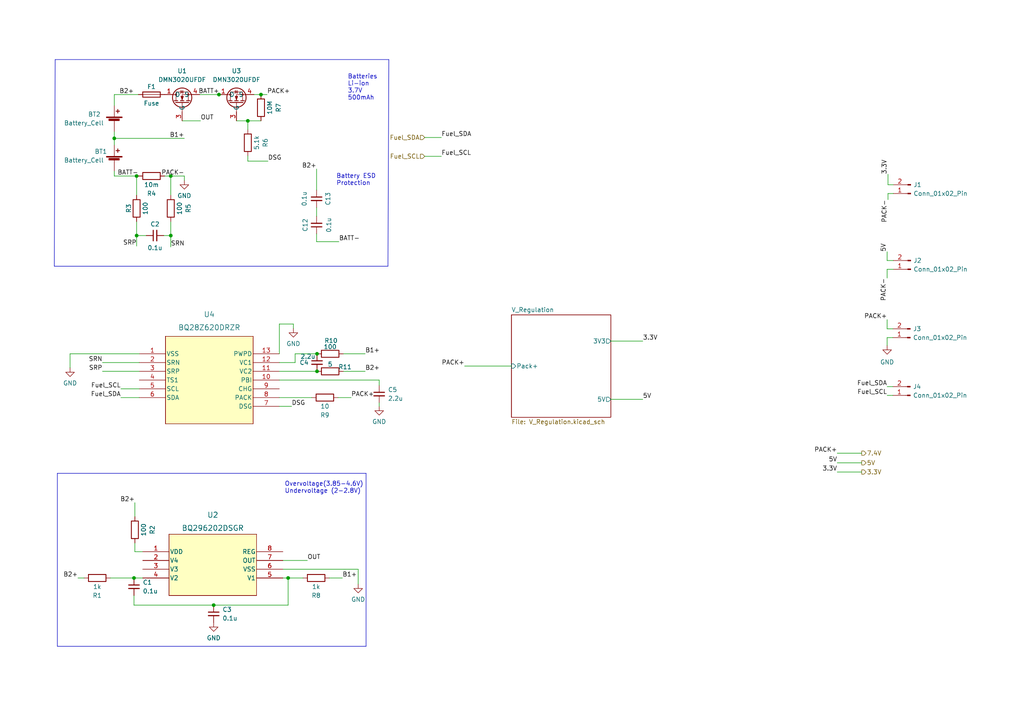
<source format=kicad_sch>
(kicad_sch (version 20230121) (generator eeschema)
  (paper "A4")
  (lib_symbols
    (symbol "Connector:Conn_01x02_Pin" (pin_names (offset 1.016) hide)
      (property "Reference" "J" (at 0 2.54 0))
      (property "Value" "Conn_01x02_Pin" (at 0 -5.08 0))
      (symbol "Conn_01x02_Pin_1_1"
        (polyline (pts (xy 1.27 -2.54) (xy 0.8636 -2.54)) (stroke (width 0.1524)))
        (polyline (pts (xy 1.27 0) (xy 0.8636 0)) (stroke (width 0.1524)))
        (rectangle (start 0.8636 -2.413) (end 0 -2.667) (stroke (width 0.1524)) (fill (type outline)))
        (rectangle (start 0.8636 0.127) (end 0 -0.127) (stroke (width 0.1524)) (fill (type outline)))
        (pin passive line (at 5.08 0 180) (length 3.81) (name "Pin_1") (number "1"))
        (pin passive line (at 5.08 -2.54 180) (length 3.81) (name "Pin_2") (number "2"))
      )
    )
    (symbol "Device:Battery_Cell" (pin_numbers hide) (pin_names (offset 0) hide)
      (property "Reference" "BT" (at 2.54 2.54 0))
      (property "Value" "Battery_Cell" (at 2.54 0 0))
      (symbol "Battery_Cell_0_1"
        (rectangle (start -2.286 1.778) (end 2.286 1.524) (fill (type outline)))
        (rectangle (start -1.5748 1.1938) (end 1.4732 0.6858) (fill (type outline)))
        (polyline (pts (xy 0 0.762) (xy 0 0)))
        (polyline (pts (xy 0 1.778) (xy 0 2.54)))
        (polyline (pts (xy 0.508 3.429) (xy 1.524 3.429)) (stroke (width 0.254)))
        (polyline (pts (xy 1.016 3.937) (xy 1.016 2.921)) (stroke (width 0.254)))
      )
      (symbol "Battery_Cell_1_1"
        (pin passive line (at 0 5.08 270) (length 2.54) (name "+") (number "1"))
        (pin passive line (at 0 -2.54 90) (length 2.54) (name "-") (number "2"))
      )
    )
    (symbol "Device:C_Small" (pin_numbers hide) (pin_names (offset 0.254) hide)
      (property "Reference" "C" (at 0.254 1.778 0))
      (property "Value" "C_Small" (at 0.254 -2.032 0))
      (symbol "C_Small_0_1"
        (polyline (pts (xy -1.524 -0.508) (xy 1.524 -0.508)) (stroke (width 0.3302)))
        (polyline (pts (xy -1.524 0.508) (xy 1.524 0.508)) (stroke (width 0.3048)))
      )
      (symbol "C_Small_1_1"
        (pin passive line (at 0 2.54 270) (length 2.032) (name "~") (number "1"))
        (pin passive line (at 0 -2.54 90) (length 2.032) (name "~") (number "2"))
      )
    )
    (symbol "Device:Fuse" (pin_numbers hide) (pin_names (offset 0))
      (property "Reference" "F" (at 2.032 0 90))
      (property "Value" "Fuse" (at -1.905 0 90))
      (symbol "Fuse_0_1"
        (rectangle (start -0.762 -2.54) (end 0.762 2.54) (stroke (width 0.254)))
        (polyline (pts (xy 0 2.54) (xy 0 -2.54)))
      )
      (symbol "Fuse_1_1"
        (pin passive line (at 0 3.81 270) (length 1.27) (name "~") (number "1"))
        (pin passive line (at 0 -3.81 90) (length 1.27) (name "~") (number "2"))
      )
    )
    (symbol "Device:R" (pin_numbers hide) (pin_names (offset 0))
      (property "Reference" "R" (at 2.032 0 90))
      (property "Value" "R" (at 0 0 90))
      (symbol "R_0_1"
        (rectangle (start -1.016 -2.54) (end 1.016 2.54) (stroke (width 0.254)))
      )
      (symbol "R_1_1"
        (pin passive line (at 0 3.81 270) (length 1.27) (name "~") (number "1"))
        (pin passive line (at 0 -3.81 90) (length 1.27) (name "~") (number "2"))
      )
    )
    (symbol "PPJA138K_1"
      (property "Reference" "U" (at 0 12.7 0))
      (property "Value" "PPJA138K" (at 0 15.24 0))
      (symbol "PPJA138K_1_0_1"
        (polyline (pts (xy -1.27 0) (xy -4.064 0)))
        (polyline (pts (xy -1.27 1.905) (xy -1.27 -1.905)) (stroke (width 0.254)))
        (polyline (pts (xy -0.762 -1.27) (xy -0.762 -2.286)) (stroke (width 0.254)))
        (polyline (pts (xy -0.762 0.508) (xy -0.762 -0.508)) (stroke (width 0.254)))
        (polyline (pts (xy -0.762 2.286) (xy -0.762 1.27)) (stroke (width 0.254)))
        (polyline (pts (xy 1.016 2.54) (xy 1.016 1.778)))
        (polyline (pts (xy 1.016 -2.54) (xy 1.016 0) (xy -0.762 0)))
        (polyline (pts (xy -0.762 -1.778) (xy 1.778 -1.778) (xy 1.778 1.778) (xy -0.762 1.778)))
        (polyline (pts (xy -0.508 0) (xy 0.508 0.381) (xy 0.508 -0.381) (xy -0.508 0)) (fill (type outline)))
        (polyline (pts (xy 1.27 0.508) (xy 1.397 0.381) (xy 2.159 0.381) (xy 2.286 0.254)))
        (polyline (pts (xy 1.778 0.381) (xy 1.397 -0.254) (xy 2.159 -0.254) (xy 1.778 0.381)))
        (circle (center 0.127 0) (radius 2.794) (stroke (width 0.254)))
        (circle (center 1.016 -1.778) (radius 0.254) (fill (type outline)))
        (circle (center 1.016 1.778) (radius 0.254) (fill (type outline)))
      )
      (symbol "PPJA138K_1_1_1"
        (pin passive line (at 1.016 5.08 270) (length 2.54) (name "D") (number "1"))
        (pin input line (at -6.604 0 0) (length 2.54) (name "G") (number "3"))
        (pin passive line (at 1.016 -5.08 90) (length 2.54) (name "S") (number "4"))
      )
    )
    (symbol "SmallSat-Peripherals-Board:BQ28Z620DRZR" (pin_names (offset 0.254))
      (property "Reference" "U" (at 20.32 10.16 0))
      (property "Value" "BQ28Z620DRZR" (at 20.32 7.62 0))
      (symbol "BQ28Z620DRZR_0_1"
        (polyline (pts (xy 7.62 5.08) (xy 7.62 -20.32)) (stroke (width 0.127)))
        (polyline (pts (xy 33.02 -20.32) (xy 33.02 5.08)) (stroke (width 0.127)))
        (polyline (pts (xy 33.02 5.08) (xy 7.62 5.08)) (stroke (width 0.127)))
        (pin power_in line (at 0 0 0) (length 7.62) (name "VSS") (number "1"))
        (pin power_in line (at 40.64 -7.62 180) (length 7.62) (name "PBI") (number "10"))
        (pin input line (at 40.64 -5.08 180) (length 7.62) (name "VC2") (number "11"))
        (pin input line (at 40.64 -2.54 180) (length 7.62) (name "VC1") (number "12"))
        (pin power_out line (at 40.64 0 180) (length 7.62) (name "PWPD") (number "13"))
        (pin input line (at 0 -2.54 0) (length 7.62) (name "SRN") (number "2"))
        (pin input line (at 0 -5.08 0) (length 7.62) (name "SRP") (number "3"))
        (pin input line (at 0 -7.62 0) (length 7.62) (name "TS1") (number "4"))
        (pin bidirectional line (at 0 -10.16 0) (length 7.62) (name "SCL") (number "5"))
        (pin bidirectional line (at 0 -12.7 0) (length 7.62) (name "SDA") (number "6"))
        (pin output line (at 40.64 -15.24 180) (length 7.62) (name "DSG") (number "7"))
        (pin input line (at 40.64 -12.7 180) (length 7.62) (name "PACK") (number "8"))
        (pin output line (at 40.64 -10.16 180) (length 7.62) (name "CHG") (number "9"))
      )
      (symbol "BQ28Z620DRZR_1_1"
        (rectangle (start 7.62 5.08) (end 33.02 -20.32) (fill (type background)))
      )
    )
    (symbol "SmallSat-Peripherals-Board:BQ296202DSGR" (pin_names (offset 0.254))
      (property "Reference" "U" (at -1.524 13.208 0))
      (property "Value" "BQ296202DSGR" (at -1.524 10.668 0))
      (symbol "BQ296202DSGR_0_1"
        (polyline (pts (xy -14.224 -9.652) (xy 11.176 -9.652)) (stroke (width 0.127)))
        (polyline (pts (xy -14.224 8.128) (xy -14.224 -9.652)) (stroke (width 0.127)))
        (polyline (pts (xy 11.176 8.128) (xy -14.224 8.128)) (stroke (width 0.127)))
        (pin power_in line (at -21.844 3.048 0) (length 7.62) (name "VDD") (number "1"))
        (pin input line (at -21.844 0.508 0) (length 7.62) (name "V4") (number "2"))
        (pin input line (at -21.844 -2.032 0) (length 7.62) (name "V3") (number "3"))
        (pin input line (at -21.844 -4.572 0) (length 7.62) (name "V2") (number "4"))
        (pin input line (at 18.796 -4.572 180) (length 7.62) (name "V1") (number "5"))
        (pin power_in line (at 18.796 -2.032 180) (length 7.62) (name "VSS") (number "6"))
        (pin output line (at 18.796 0.508 180) (length 7.62) (name "OUT") (number "7"))
        (pin output line (at 18.796 3.048 180) (length 7.62) (name "REG") (number "8"))
      )
      (symbol "BQ296202DSGR_1_1"
        (rectangle (start -14.224 8.128) (end 11.176 -9.652) (fill (type background)))
      )
    )
    (symbol "SmallSat-Peripherals-Board:PPJA138K"
      (property "Reference" "U" (at 0 12.7 0))
      (property "Value" "PPJA138K" (at 0 15.24 0))
      (symbol "PPJA138K_0_1"
        (polyline (pts (xy -1.27 0) (xy -4.064 0)))
        (polyline (pts (xy -1.27 1.905) (xy -1.27 -1.905)) (stroke (width 0.254)))
        (polyline (pts (xy -0.762 -1.27) (xy -0.762 -2.286)) (stroke (width 0.254)))
        (polyline (pts (xy -0.762 0.508) (xy -0.762 -0.508)) (stroke (width 0.254)))
        (polyline (pts (xy -0.762 2.286) (xy -0.762 1.27)) (stroke (width 0.254)))
        (polyline (pts (xy 1.016 2.54) (xy 1.016 1.778)))
        (polyline (pts (xy 1.016 -2.54) (xy 1.016 0) (xy -0.762 0)))
        (polyline (pts (xy -0.762 -1.778) (xy 1.778 -1.778) (xy 1.778 1.778) (xy -0.762 1.778)))
        (polyline (pts (xy -0.508 0) (xy 0.508 0.381) (xy 0.508 -0.381) (xy -0.508 0)) (fill (type outline)))
        (polyline (pts (xy 1.27 0.508) (xy 1.397 0.381) (xy 2.159 0.381) (xy 2.286 0.254)))
        (polyline (pts (xy 1.778 0.381) (xy 1.397 -0.254) (xy 2.159 -0.254) (xy 1.778 0.381)))
        (circle (center 0.127 0) (radius 2.794) (stroke (width 0.254)))
        (circle (center 1.016 -1.778) (radius 0.254) (fill (type outline)))
        (circle (center 1.016 1.778) (radius 0.254) (fill (type outline)))
      )
      (symbol "PPJA138K_1_1"
        (pin passive line (at 1.016 5.08 270) (length 2.54) (name "D") (number "1"))
        (pin input line (at -6.604 0 0) (length 2.54) (name "G") (number "3"))
        (pin passive line (at 1.016 -5.08 90) (length 2.54) (name "S") (number "4"))
      )
    )
    (symbol "power:GND" (power) (pin_names (offset 0))
      (property "Value" "GND" (at 0 -3.81 0))
      (symbol "GND_0_1"
        (polyline (pts (xy 0 0) (xy 0 -1.27) (xy 1.27 -1.27) (xy 0 -2.54) (xy -1.27 -1.27) (xy 0 -1.27)))
      )
      (symbol "GND_1_1"
        (pin power_in line (at 0 0 270) (length 0) hide (name "GND") (number "1"))
      )
    )
  )
  (junction (at 63.5 27.432))
  (junction (at 83.566 167.64))
  (junction (at 91.948 102.616))
  (junction (at 39.624 51.054))
  (junction (at 71.882 35.052))
  (junction (at 39.624 68.326))
  (junction (at 75.692 27.432))
  (junction (at 61.976 175.514))
  (junction (at 91.948 107.696))
  (junction (at 49.53 68.326))
  (junction (at 33.147 40.132))
  (junction (at 49.53 51.054))
  (junction (at 38.862 167.64))
  (wire (pts (xy 75.692 27.432) (xy 77.47 27.432)))
  (wire (pts (xy 20.32 102.616) (xy 20.32 106.68)))
  (wire (pts (xy 91.821 49.022) (xy 91.821 55.118)))
  (wire (pts (xy 259.08 75.565) (xy 257.302 75.565)))
  (wire (pts (xy 35.052 112.776) (xy 40.386 112.776)))
  (wire (pts (xy 81.026 117.856) (xy 84.582 117.856)))
  (wire (pts (xy 81.026 115.316) (xy 90.424 115.316)))
  (wire (pts (xy 258.953 95.377) (xy 257.302 95.377)))
  (wire (pts (xy 39.624 68.326) (xy 42.418 68.326)))
  (wire (pts (xy 257.302 78.105) (xy 257.302 80.645)))
  (polyline (pts (xy 16.637 187.452) (xy 16.637 137.287)))
  (wire (pts (xy 242.824 136.906) (xy 249.936 136.906)))
  (wire (pts (xy 81.026 105.156) (xy 85.598 105.156)))
  (polyline (pts (xy 112.522 77.216) (xy 15.748 77.216)))
  (wire (pts (xy 85.598 102.616) (xy 91.948 102.616)))
  (wire (pts (xy 81.026 93.98) (xy 85.09 93.98)))
  (wire (pts (xy 258.953 112.141) (xy 257.302 112.141)))
  (wire (pts (xy 82.042 165.1) (xy 103.886 165.1)))
  (polyline (pts (xy 106.172 187.452) (xy 16.637 187.452)))
  (wire (pts (xy 258.953 114.681) (xy 257.302 114.681)))
  (wire (pts (xy 33.147 38.227) (xy 33.147 40.132)))
  (wire (pts (xy 128.016 39.878) (xy 123.19 39.878)))
  (wire (pts (xy 81.026 107.696) (xy 91.948 107.696)))
  (wire (pts (xy 95.504 167.64) (xy 99.314 167.64)))
  (wire (pts (xy 53.467 51.054) (xy 53.467 52.324)))
  (wire (pts (xy 33.147 27.432) (xy 40.132 27.432)))
  (wire (pts (xy 41.402 160.02) (xy 39.116 160.02)))
  (wire (pts (xy 39.624 51.054) (xy 39.624 56.642)))
  (wire (pts (xy 40.386 102.616) (xy 20.32 102.616)))
  (wire (pts (xy 91.821 67.818) (xy 91.821 70.104)))
  (wire (pts (xy 38.862 172.72) (xy 38.862 175.514)))
  (wire (pts (xy 33.147 49.657) (xy 33.147 51.054)))
  (wire (pts (xy 83.566 167.64) (xy 87.884 167.64)))
  (wire (pts (xy 29.718 105.156) (xy 40.386 105.156)))
  (wire (pts (xy 49.53 68.326) (xy 49.53 64.262)))
  (wire (pts (xy 40.386 107.696) (xy 29.718 107.696)))
  (wire (pts (xy 49.53 51.054) (xy 53.467 51.054)))
  (wire (pts (xy 61.976 175.514) (xy 83.566 175.514)))
  (wire (pts (xy 71.882 46.736) (xy 77.724 46.736)))
  (wire (pts (xy 242.824 131.445) (xy 249.936 131.445)))
  (wire (pts (xy 39.624 64.262) (xy 39.624 68.326)))
  (polyline (pts (xy 112.776 17.272) (xy 112.522 77.216)))
  (wire (pts (xy 49.53 51.054) (xy 49.53 56.642)))
  (wire (pts (xy 35.052 115.316) (xy 40.386 115.316)))
  (wire (pts (xy 109.982 110.236) (xy 109.982 111.76)))
  (wire (pts (xy 39.116 160.02) (xy 39.116 157.48)))
  (wire (pts (xy 83.566 167.64) (xy 83.566 175.514)))
  (wire (pts (xy 257.302 97.917) (xy 257.302 100.203)))
  (polyline (pts (xy 16.002 17.272) (xy 112.776 17.272)))
  (wire (pts (xy 85.09 93.98) (xy 85.09 95.25)))
  (wire (pts (xy 73.66 27.432) (xy 75.692 27.432)))
  (wire (pts (xy 134.747 106.172) (xy 148.336 106.172)))
  (wire (pts (xy 103.886 165.1) (xy 103.886 169.418)))
  (wire (pts (xy 82.042 162.56) (xy 89.154 162.56)))
  (polyline (pts (xy 106.172 137.287) (xy 106.172 187.452)))
  (wire (pts (xy 109.982 116.84) (xy 109.982 117.856)))
  (wire (pts (xy 81.026 110.236) (xy 109.982 110.236)))
  (wire (pts (xy 82.042 167.64) (xy 83.566 167.64)))
  (wire (pts (xy 259.08 56.134) (xy 257.556 56.134)))
  (wire (pts (xy 259.08 78.105) (xy 257.302 78.105)))
  (wire (pts (xy 39.116 145.796) (xy 39.116 149.86)))
  (wire (pts (xy 33.147 40.132) (xy 53.467 40.132)))
  (polyline (pts (xy 16.637 137.287) (xy 106.172 137.287)))
  (wire (pts (xy 81.026 102.616) (xy 81.026 93.98)))
  (wire (pts (xy 63.5 27.432) (xy 63.627 27.432)))
  (wire (pts (xy 52.832 35.052) (xy 58.166 35.052)))
  (wire (pts (xy 32.004 167.64) (xy 38.862 167.64)))
  (wire (pts (xy 98.044 115.316) (xy 101.854 115.316)))
  (wire (pts (xy 85.598 105.156) (xy 85.598 102.616)))
  (wire (pts (xy 258.953 97.917) (xy 257.302 97.917)))
  (wire (pts (xy 242.824 134.239) (xy 249.936 134.239)))
  (wire (pts (xy 38.862 175.514) (xy 61.976 175.514)))
  (wire (pts (xy 128.016 45.339) (xy 123.19 45.339)))
  (wire (pts (xy 47.752 51.054) (xy 49.53 51.054)))
  (wire (pts (xy 38.862 167.64) (xy 41.402 167.64)))
  (polyline (pts (xy 16.002 17.272) (xy 15.748 77.216)))
  (wire (pts (xy 257.302 95.377) (xy 257.302 92.71)))
  (wire (pts (xy 257.302 75.565) (xy 257.302 73.025)))
  (wire (pts (xy 91.821 60.198) (xy 91.821 62.738)))
  (wire (pts (xy 177.165 115.824) (xy 186.436 115.824)))
  (wire (pts (xy 49.53 68.326) (xy 49.53 71.628)))
  (wire (pts (xy 68.58 35.052) (xy 71.882 35.052)))
  (wire (pts (xy 39.624 51.054) (xy 40.132 51.054)))
  (wire (pts (xy 33.147 51.054) (xy 39.624 51.054)))
  (wire (pts (xy 91.821 70.104) (xy 98.298 70.104)))
  (wire (pts (xy 71.882 45.212) (xy 71.882 46.736)))
  (wire (pts (xy 257.556 56.134) (xy 257.556 57.912)))
  (wire (pts (xy 99.568 107.696) (xy 105.918 107.696)))
  (wire (pts (xy 33.147 40.132) (xy 33.147 42.037)))
  (wire (pts (xy 71.882 35.052) (xy 71.882 37.592)))
  (wire (pts (xy 39.624 68.326) (xy 39.624 71.374)))
  (wire (pts (xy 99.568 102.616) (xy 105.918 102.616)))
  (wire (pts (xy 257.556 50.546) (xy 257.556 53.594)))
  (wire (pts (xy 71.882 35.052) (xy 75.692 35.052)))
  (wire (pts (xy 257.556 53.594) (xy 259.08 53.594)))
  (wire (pts (xy 57.912 27.432) (xy 63.5 27.432)))
  (wire (pts (xy 33.147 30.607) (xy 33.147 27.432)))
  (wire (pts (xy 22.606 167.64) (xy 24.384 167.64)))
  (wire (pts (xy 177.165 98.933) (xy 186.436 98.933)))
  (wire (pts (xy 47.498 68.326) (xy 49.53 68.326)))
  (text "Battery ESD\nProtection" (at 97.536 53.975 0) (effects (font (size 1.27 1.27)) (justify left bottom)))
  (text "Batteries\nLi-ion\n3.7V\n500mAh" (at 100.838 29.21 0) (effects (font (size 1.27 1.27)) (justify left bottom)))
  (text "Overvoltage(3.85-4.6V)\nUndervoltage (2-2.8V)" (at 82.55 143.256 0) (effects (font (size 1.27 1.27)) (justify left bottom)))
  (label "SRP" (at 29.718 107.696 180))
  (label "5V" (at 242.824 134.239 180))
  (label "PACK+" (at 134.747 106.172 180))
  (label "SRP" (at 39.624 71.374 180))
  (label "Fuel_SCL" (at 35.052 112.776 180))
  (label "B1+" (at 99.314 167.64 0))
  (label "DSG" (at 84.582 117.856 0))
  (label "SRN" (at 49.53 71.628 0))
  (label "Fuel_SDA" (at 257.302 112.141 180))
  (label "PACK+" (at 257.302 92.71 180))
  (label "B1+" (at 53.467 40.132 180))
  (label "PACK+" (at 101.854 115.316 0))
  (label "B2+" (at 91.821 49.022 180))
  (label "B2+" (at 38.862 27.432 180))
  (label "Fuel_SCL" (at 257.302 114.681 180))
  (label "B2+" (at 39.116 145.796 180))
  (label "DSG" (at 77.724 46.736 0))
  (label "Fuel_SCL" (at 128.016 45.339 0))
  (label "3.3V" (at 242.824 136.906 180))
  (label "B1+" (at 105.918 102.616 0))
  (label "PACK-" (at 257.302 80.645 270))
  (label "OUT" (at 58.166 35.052 0))
  (label "BATT-" (at 98.298 70.104 0))
  (label "BATT+" (at 63.627 27.432 180))
  (label "B2+" (at 22.606 167.64 180))
  (label "PACK+" (at 77.47 27.432 0))
  (label "3.3V" (at 257.556 50.546 90))
  (label "PACK-" (at 257.556 57.912 270))
  (label "Fuel_SDA" (at 128.016 39.878 0))
  (label "5V" (at 257.302 73.025 90))
  (label "3.3V" (at 186.436 98.933 0))
  (label "BATT-" (at 40.132 51.054 180))
  (label "PACK-" (at 53.467 51.054 180))
  (label "OUT" (at 89.154 162.56 0))
  (label "Fuel_SDA" (at 35.052 115.316 180))
  (label "5V" (at 186.436 115.824 0))
  (label "B2+" (at 105.918 107.696 0))
  (label "PACK+" (at 242.824 131.445 180))
  (label "SRN" (at 29.718 105.156 180))
  (hierarchical_label "7.4V" (shape output) (at 249.936 131.445 0))
  (hierarchical_label "Fuel_SDA" (shape input) (at 123.19 39.878 180))
  (hierarchical_label "3.3V" (shape output) (at 249.936 136.906 0))
  (hierarchical_label "5V" (shape output) (at 249.936 134.239 0))
  (hierarchical_label "Fuel_SCL" (shape input) (at 123.19 45.339 180))
  (symbol (lib_id "Device:R") (at 39.624 60.452 180) (unit 1)
    (property "Reference" "R3" (at 37.338 60.452 90))
    (property "Value" "100" (at 42.164 60.452 90))
    (property "Footprint" "Resistor_SMD:R_1206_3216Metric" (effects hide))
  )
  (symbol (lib_id "Device:C_Small") (at 91.821 57.658 0) (unit 1)
    (property "Reference" "C13" (at 95.123 57.658 90))
    (property "Value" "0.1u" (at 88.265 57.658 90))
    (property "Footprint" "Capacitor_SMD:C_1206_3216Metric" (effects hide))
  )
  (symbol (lib_id "Device:R") (at 28.194 167.64 90) (unit 1)
    (property "Reference" "R1" (at 28.194 172.72 90))
    (property "Value" "1k" (at 28.194 170.18 90))
    (property "Footprint" "Resistor_SMD:R_1206_3216Metric" (effects hide))
  )
  (symbol (lib_id "Device:C_Small") (at 44.958 68.326 90) (unit 1)
    (property "Reference" "C2" (at 44.958 65.024 90))
    (property "Value" "0.1u" (at 44.958 71.882 90))
    (property "Footprint" "Capacitor_SMD:C_1206_3216Metric" (effects hide))
  )
  (symbol (lib_id "Device:R") (at 95.758 107.696 90) (unit 1)
    (property "Reference" "R11" (at 100.076 106.426 90))
    (property "Value" "5" (at 95.758 105.664 90))
    (property "Footprint" "Resistor_SMD:R_1206_3216Metric" (effects hide))
  )
  (symbol (lib_id "Device:Fuse") (at 43.942 27.432 90) (unit 1)
    (property "Reference" "F1" (at 43.942 25.146 90))
    (property "Value" "Fuse" (at 43.942 29.972 90))
    (property "Footprint" "Fuse:Fuse_1206_3216Metric" (effects hide))
  )
  (symbol (lib_id "Device:R") (at 91.694 167.64 90) (unit 1)
    (property "Reference" "R8" (at 91.694 172.72 90))
    (property "Value" "1k" (at 91.694 170.18 90))
    (property "Footprint" "Resistor_SMD:R_1206_3216Metric" (effects hide))
  )
  (symbol (lib_id "power:GND") (at 61.976 180.594 0) (unit 1)
    (property "Reference" "#PWR02" (effects hide))
    (property "Value" "GND" (at 61.976 185.039 0))
  )
  (symbol (lib_id "power:GND") (at 257.302 100.203 0) (unit 1)
    (property "Reference" "#PWR019" (effects hide))
    (property "Value" "GND" (at 257.302 105.029 0))
  )
  (symbol (lib_id "power:GND") (at 20.32 106.68 0) (unit 1)
    (property "Reference" "#PWR03" (effects hide))
    (property "Value" "GND" (at 20.32 111.125 0))
  )
  (symbol (lib_id "Device:R") (at 49.53 60.452 180) (unit 1)
    (property "Reference" "R5" (at 54.61 60.452 90))
    (property "Value" "100" (at 52.07 60.452 90))
    (property "Footprint" "Resistor_SMD:R_1206_3216Metric" (effects hide))
  )
  (symbol (lib_name "PPJA138K_1") (lib_id "SmallSat-Peripherals-Board:PPJA138K") (at 52.832 28.448 90) (unit 1)
    (property "Reference" "U1" (at 52.832 20.574 90))
    (property "Value" "DMN3020UFDF" (at 52.832 23.114 90))
    (property "Footprint" "Package_DFN_QFN:DFN-6-1EP_2x2mm_P0.5mm_EP0.6x1.37mm" (effects hide))
    (property "Datasheet" "https://www.diodes.com/assets/Datasheets/DMN3020UFDF.pdf" (effects hide))
  )
  (symbol (lib_id "Device:R") (at 94.234 115.316 90) (unit 1)
    (property "Reference" "R9" (at 94.234 120.396 90))
    (property "Value" "10" (at 94.234 117.856 90))
    (property "Footprint" "Resistor_SMD:R_1206_3216Metric" (effects hide))
  )
  (symbol (lib_id "SmallSat-Peripherals-Board:BQ28Z620DRZR") (at 40.386 102.616 0) (unit 1)
    (property "Reference" "U4" (at 60.706 91.186 0) (effects (font (size 1.524 1.524))))
    (property "Value" "BQ28Z620DRZR" (at 60.706 94.996 0) (effects (font (size 1.524 1.524))))
    (property "Footprint" "PowerBoardLibrary:VSON12_DRZ_TEX" (effects hide))
    (property "Datasheet" "https://www.ti.com/lit/ds/symlink/bq28z620.pdf?ts=1707609817811" (effects hide))
  )
  (symbol (lib_id "Device:R") (at 71.882 41.402 180) (unit 1)
    (property "Reference" "R6" (at 76.962 41.402 90))
    (property "Value" "5.1k" (at 74.422 41.402 90))
    (property "Footprint" "Resistor_SMD:R_1206_3216Metric" (effects hide))
  )
  (symbol (lib_id "SmallSat-Peripherals-Board:PPJA138K") (at 68.58 28.448 90) (unit 1)
    (property "Reference" "U3" (at 68.58 20.574 90))
    (property "Value" "DMN3020UFDF" (at 68.58 23.114 90))
    (property "Footprint" "Package_DFN_QFN:DFN-6-1EP_2x2mm_P0.5mm_EP0.6x1.37mm" (effects hide))
    (property "Datasheet" "https://www.diodes.com/assets/Datasheets/DMN3020UFDF.pdf" (effects hide))
  )
  (symbol (lib_id "Device:R") (at 39.116 153.67 180) (unit 1)
    (property "Reference" "R2" (at 44.196 153.67 90))
    (property "Value" "100" (at 41.656 153.67 90))
    (property "Footprint" "Resistor_SMD:R_1206_3216Metric" (effects hide))
  )
  (symbol (lib_id "Connector:Conn_01x02_Pin") (at 264.16 56.134 180) (unit 1)
    (property "Reference" "J1" (at 264.922 53.594 0) (effects (justify right)))
    (property "Value" "Conn_01x02_Pin" (at 264.922 56.134 0) (effects (justify right)))
    (property "Footprint" "Connector_PinSocket_1.00mm:PinSocket_1x02_P1.00mm_Vertical" (effects hide))
  )
  (symbol (lib_id "Device:C_Small") (at 38.862 170.18 0) (unit 1)
    (property "Reference" "C1" (at 41.402 168.9162 0) (effects (justify left)))
    (property "Value" "0.1u" (at 41.402 171.4562 0) (effects (justify left)))
    (property "Footprint" "Capacitor_SMD:C_1206_3216Metric" (effects hide))
  )
  (symbol (lib_id "SmallSat-Peripherals-Board:BQ296202DSGR") (at 63.246 163.068 0) (unit 1)
    (property "Reference" "U2" (at 61.722 149.352 0) (effects (font (size 1.524 1.524))))
    (property "Value" "BQ296202DSGR" (at 61.722 153.162 0) (effects (font (size 1.524 1.524))))
    (property "Footprint" "PowerBoardLibrary:DSG8_TEX" (effects hide))
    (property "Datasheet" "https://www.ti.com/lit/ds/symlink/bq2962.pdf?ts=1707650538218&ref_url=https%253A%252F%252Fwww.mouser.de%252F" (effects hide))
  )
  (symbol (lib_id "Device:C_Small") (at 61.976 178.054 0) (unit 1)
    (property "Reference" "C3" (at 64.516 176.7902 0) (effects (justify left)))
    (property "Value" "0.1u" (at 64.516 179.3302 0) (effects (justify left)))
    (property "Footprint" "Capacitor_SMD:C_1206_3216Metric" (effects hide))
  )
  (symbol (lib_id "Device:C_Small") (at 109.982 114.3 0) (unit 1)
    (property "Reference" "C5" (at 112.522 113.0362 0) (effects (justify left)))
    (property "Value" "2.2u" (at 112.522 115.5762 0) (effects (justify left)))
    (property "Footprint" "Capacitor_SMD:C_1206_3216Metric" (effects hide))
  )
  (symbol (lib_id "Connector:Conn_01x02_Pin") (at 264.033 114.681 180) (unit 1)
    (property "Reference" "J4" (at 264.795 112.141 0) (effects (justify right)))
    (property "Value" "Conn_01x02_Pin" (at 264.795 114.681 0) (effects (justify right)))
    (property "Footprint" "Connector_PinSocket_1.00mm:PinSocket_1x02_P1.00mm_Vertical" (effects hide))
  )
  (symbol (lib_id "power:GND") (at 85.09 95.25 0) (unit 1)
    (property "Reference" "#PWR05" (effects hide))
    (property "Value" "GND" (at 85.09 99.695 0))
  )
  (symbol (lib_id "power:GND") (at 53.467 52.324 0) (unit 1)
    (property "Reference" "#PWR01" (effects hide))
    (property "Value" "GND" (at 53.467 56.769 0))
  )
  (symbol (lib_id "Device:R") (at 43.942 51.054 90) (unit 1)
    (property "Reference" "R4" (at 43.942 56.134 90))
    (property "Value" "10m" (at 43.942 53.594 90))
    (property "Footprint" "Resistor_SMD:R_1206_3216Metric" (effects hide))
  )
  (symbol (lib_id "power:GND") (at 103.886 169.418 0) (unit 1)
    (property "Reference" "#PWR04" (effects hide))
    (property "Value" "GND" (at 103.886 173.863 0))
  )
  (symbol (lib_id "Connector:Conn_01x02_Pin") (at 264.16 78.105 180) (unit 1)
    (property "Reference" "J2" (at 264.922 75.565 0) (effects (justify right)))
    (property "Value" "Conn_01x02_Pin" (at 264.922 78.105 0) (effects (justify right)))
    (property "Footprint" "Connector_PinSocket_1.00mm:PinSocket_1x02_P1.00mm_Vertical" (effects hide))
  )
  (symbol (lib_id "Device:C_Small") (at 91.948 105.156 0) (unit 1)
    (property "Reference" "C4" (at 86.868 105.156 0) (effects (justify left)))
    (property "Value" "2.2u" (at 87.122 103.378 0) (effects (justify left)))
    (property "Footprint" "Capacitor_SMD:C_1206_3216Metric" (effects hide))
  )
  (symbol (lib_id "Device:R") (at 75.692 31.242 180) (unit 1)
    (property "Reference" "R7" (at 80.772 31.242 90))
    (property "Value" "10M" (at 78.232 31.242 90))
    (property "Footprint" "Resistor_SMD:R_1206_3216Metric" (effects hide))
  )
  (symbol (lib_id "Device:R") (at 95.758 102.616 90) (unit 1)
    (property "Reference" "R10" (at 96.012 98.806 90))
    (property "Value" "100" (at 95.758 100.584 90))
    (property "Footprint" "Resistor_SMD:R_1206_3216Metric" (effects hide))
  )
  (symbol (lib_id "Device:Battery_Cell") (at 33.147 35.687 0) (unit 1)
    (property "Reference" "BT2" (at 25.527 33.147 0) (effects (justify left)))
    (property "Value" "Battery_Cell" (at 18.542 35.687 0) (effects (justify left)))
    (property "Footprint" "Battery:BatteryHolder_Keystone_1042_1x18650" (effects hide))
  )
  (symbol (lib_id "power:GND") (at 109.982 117.856 0) (unit 1)
    (property "Reference" "#PWR06" (effects hide))
    (property "Value" "GND" (at 109.982 122.301 0))
  )
  (symbol (lib_id "Device:Battery_Cell") (at 33.147 47.117 0) (unit 1)
    (property "Reference" "BT1" (at 27.432 43.942 0) (effects (justify left)))
    (property "Value" "Battery_Cell" (at 18.542 46.482 0) (effects (justify left)))
    (property "Footprint" "Battery:BatteryHolder_Keystone_1042_1x18650" (effects hide))
  )
  (symbol (lib_id "Device:C_Small") (at 91.821 65.278 180) (unit 1)
    (property "Reference" "C12" (at 88.519 65.278 90))
    (property "Value" "0.1u" (at 95.377 65.278 90))
    (property "Footprint" "Capacitor_SMD:C_1206_3216Metric" (effects hide))
  )
  (symbol (lib_id "Connector:Conn_01x02_Pin") (at 264.033 97.917 180) (unit 1)
    (property "Reference" "J3" (at 264.795 95.377 0) (effects (justify right)))
    (property "Value" "Conn_01x02_Pin" (at 264.795 97.917 0) (effects (justify right)))
    (property "Footprint" "Connector_PinSocket_1.00mm:PinSocket_1x02_P1.00mm_Vertical" (effects hide))
  )
  (sheet (at 148.336 91.313) (size 28.829 29.718) (stroke (width 0.1524))
    (property "Sheetname" "V_Regulation" (at 148.336 90.6014 0) (effects (justify left bottom)))
    (property "Sheetfile" "V_Regulation.kicad_sch" (at 148.336 121.6156 0) (effects (justify left top)))
    (pin "Pack+" input (at 148.336 106.172 180))
    (pin "3V3" output (at 177.165 98.933 0))
    (pin "5V" output (at 177.165 115.824 0))
  )
)
</source>
